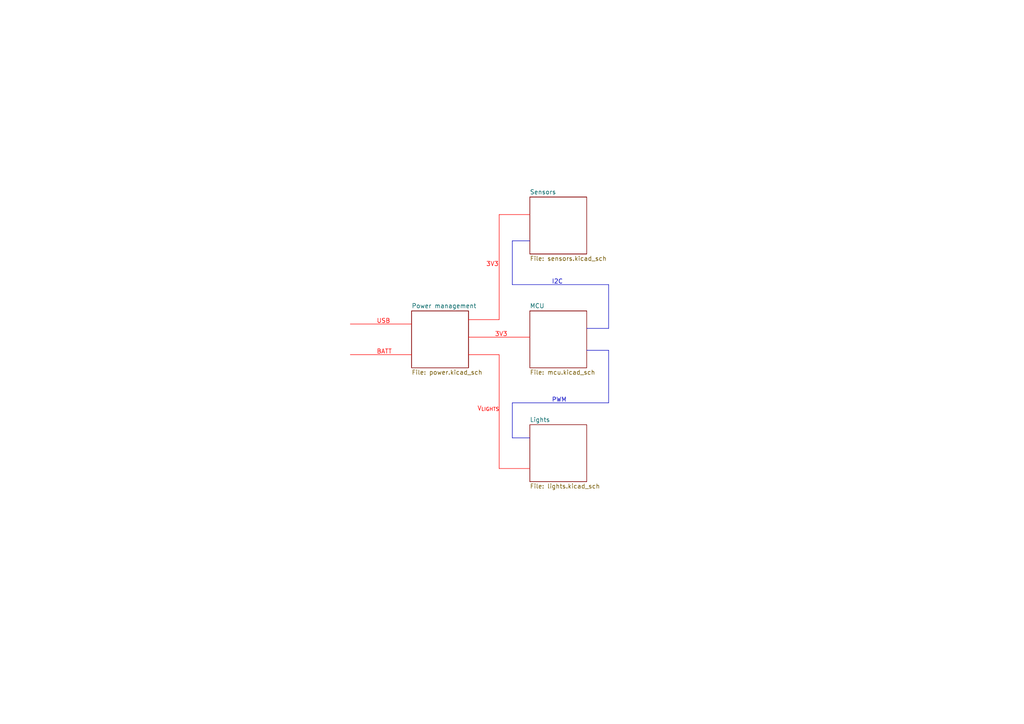
<source format=kicad_sch>
(kicad_sch (version 20230121) (generator eeschema)
  (paper "A4")
  (title_block (title "Aitken - Overview") (date "2023-10-29") (rev "0.1") (company "b1u3-22"))
  (lib_symbols)
  (polyline (pts (xy 176.53 116.84) (xy 148.59 116.84)))
  (polyline (pts (xy 144.78 102.87) (xy 144.78 135.89)) (stroke (width 0) (color 255 0 0 1)))
  (polyline (pts (xy 135.89 97.79) (xy 153.67 97.79)) (stroke (width 0) (color 255 0 0 1)))
  (polyline (pts (xy 176.53 101.6) (xy 176.53 116.84)))
  (polyline (pts (xy 148.59 69.85) (xy 153.67 69.85)))
  (polyline (pts (xy 148.59 82.55) (xy 148.59 69.85)))
  (polyline (pts (xy 176.53 82.55) (xy 148.59 82.55)))
  (polyline (pts (xy 101.6 102.87) (xy 119.38 102.87)) (stroke (width 0) (color 255 0 0 1)))
  (polyline (pts (xy 170.18 95.25) (xy 176.53 95.25)))
  (polyline (pts (xy 148.59 127) (xy 153.67 127)))
  (polyline (pts (xy 135.89 92.71) (xy 144.78 92.71)) (stroke (width 0) (color 255 0 0 1)))
  (polyline (pts (xy 144.78 92.71) (xy 144.78 62.23)) (stroke (width 0) (color 255 0 0 1)))
  (polyline (pts (xy 148.59 116.84) (xy 148.59 127)))
  (polyline (pts (xy 170.18 101.6) (xy 176.53 101.6)))
  (polyline (pts (xy 135.89 102.87) (xy 144.78 102.87)) (stroke (width 0) (color 255 0 0 1)))
  (polyline (pts (xy 101.6 93.98) (xy 119.38 93.98)) (stroke (width 0) (color 255 0 0 1)))
  (polyline (pts (xy 144.78 62.23) (xy 153.67 62.23)) (stroke (width 0) (color 255 0 0 1)))
  (polyline (pts (xy 144.78 135.89) (xy 153.67 135.89)) (stroke (width 0) (color 255 0 0 1)))
  (polyline (pts (xy 176.53 95.25) (xy 176.53 82.55)))
  (text "V_{LIGHTS}" (at 138.43 119.38 0) (effects (font (size 1.27 1.27)) (justify left bottom)))
  (text "3V3" (at 143.51 97.79 0) (effects (font (size 1.27 1.27)) (justify left bottom)))
  (text "USB" (at 109.22 93.98 0) (effects (font (size 1.27 1.27)) (justify left bottom)))
  (text "PWM" (at 160.02 116.84 0) (effects (font (size 1.27 1.27)) (justify left bottom)))
  (text "BATT" (at 109.22 102.87 0) (effects (font (size 1.27 1.27)) (justify left bottom)))
  (text "3V3" (at 140.97 77.47 0) (effects (font (size 1.27 1.27)) (justify left bottom)))
  (text "I2C" (at 160.02 82.55 0) (effects (font (size 1.27 1.27)) (justify left bottom)))
  (sheet (at 153.67 90.17) (size 16.51 16.51) (stroke (width 0.1524))
    (property "Sheetname" "MCU" (at 153.67 89.4584 0) (effects (justify left bottom)))
    (property "Sheetfile" "mcu.kicad_sch" (at 153.67 107.2646 0) (effects (justify left top)))
  )
  (sheet (at 153.67 123.19) (size 16.51 16.51) (stroke (width 0.1524))
    (property "Sheetname" "Lights" (at 153.67 122.4784 0) (effects (justify left bottom)))
    (property "Sheetfile" "lights.kicad_sch" (at 153.67 140.2846 0) (effects (justify left top)))
  )
  (sheet (at 119.38 90.17) (size 16.51 16.51) (stroke (width 0.1524))
    (property "Sheetname" "Power management" (at 119.38 89.4584 0) (effects (justify left bottom)))
    (property "Sheetfile" "power.kicad_sch" (at 119.38 107.2646 0) (effects (justify left top)))
  )
  (sheet (at 153.67 57.15) (size 16.51 16.51) (stroke (width 0.1524))
    (property "Sheetname" "Sensors" (at 153.67 56.4384 0) (effects (justify left bottom)))
    (property "Sheetfile" "sensors.kicad_sch" (at 153.67 74.2446 0) (effects (justify left top)))
  )
)
</source>
